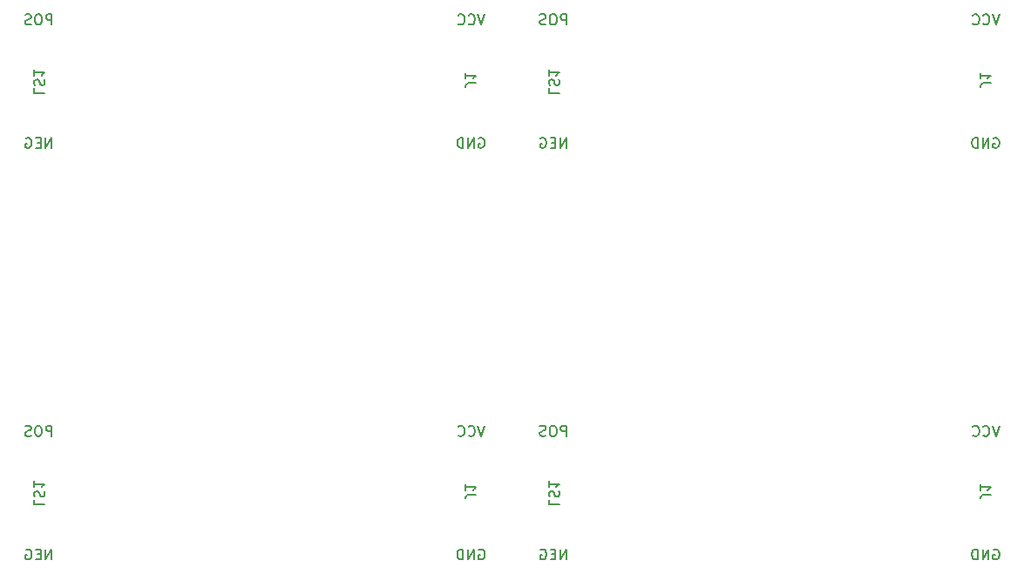
<source format=gbo>
%TF.GenerationSoftware,KiCad,Pcbnew,(5.1.9-0-10_14)*%
%TF.CreationDate,2021-04-15T21:04:48+09:00*%
%TF.ProjectId,RadioExercise_2x2,52616469-6f45-4786-9572-636973655f32,rev?*%
%TF.SameCoordinates,Original*%
%TF.FileFunction,Legend,Bot*%
%TF.FilePolarity,Positive*%
%FSLAX46Y46*%
G04 Gerber Fmt 4.6, Leading zero omitted, Abs format (unit mm)*
G04 Created by KiCad (PCBNEW (5.1.9-0-10_14)) date 2021-04-15 21:04:48*
%MOMM*%
%LPD*%
G01*
G04 APERTURE LIST*
%ADD10C,0.150000*%
G04 APERTURE END LIST*
D10*
X137189904Y-109536380D02*
X137189904Y-108536380D01*
X136808952Y-108536380D01*
X136713714Y-108584000D01*
X136666095Y-108631619D01*
X136618476Y-108726857D01*
X136618476Y-108869714D01*
X136666095Y-108964952D01*
X136713714Y-109012571D01*
X136808952Y-109060190D01*
X137189904Y-109060190D01*
X135999428Y-108536380D02*
X135808952Y-108536380D01*
X135713714Y-108584000D01*
X135618476Y-108679238D01*
X135570857Y-108869714D01*
X135570857Y-109203047D01*
X135618476Y-109393523D01*
X135713714Y-109488761D01*
X135808952Y-109536380D01*
X135999428Y-109536380D01*
X136094666Y-109488761D01*
X136189904Y-109393523D01*
X136237523Y-109203047D01*
X136237523Y-108869714D01*
X136189904Y-108679238D01*
X136094666Y-108584000D01*
X135999428Y-108536380D01*
X135189904Y-109488761D02*
X135047047Y-109536380D01*
X134808952Y-109536380D01*
X134713714Y-109488761D01*
X134666095Y-109441142D01*
X134618476Y-109345904D01*
X134618476Y-109250666D01*
X134666095Y-109155428D01*
X134713714Y-109107809D01*
X134808952Y-109060190D01*
X134999428Y-109012571D01*
X135094666Y-108964952D01*
X135142285Y-108917333D01*
X135189904Y-108822095D01*
X135189904Y-108726857D01*
X135142285Y-108631619D01*
X135094666Y-108584000D01*
X134999428Y-108536380D01*
X134761333Y-108536380D01*
X134618476Y-108584000D01*
X87189904Y-109536380D02*
X87189904Y-108536380D01*
X86808952Y-108536380D01*
X86713714Y-108584000D01*
X86666095Y-108631619D01*
X86618476Y-108726857D01*
X86618476Y-108869714D01*
X86666095Y-108964952D01*
X86713714Y-109012571D01*
X86808952Y-109060190D01*
X87189904Y-109060190D01*
X85999428Y-108536380D02*
X85808952Y-108536380D01*
X85713714Y-108584000D01*
X85618476Y-108679238D01*
X85570857Y-108869714D01*
X85570857Y-109203047D01*
X85618476Y-109393523D01*
X85713714Y-109488761D01*
X85808952Y-109536380D01*
X85999428Y-109536380D01*
X86094666Y-109488761D01*
X86189904Y-109393523D01*
X86237523Y-109203047D01*
X86237523Y-108869714D01*
X86189904Y-108679238D01*
X86094666Y-108584000D01*
X85999428Y-108536380D01*
X85189904Y-109488761D02*
X85047047Y-109536380D01*
X84808952Y-109536380D01*
X84713714Y-109488761D01*
X84666095Y-109441142D01*
X84618476Y-109345904D01*
X84618476Y-109250666D01*
X84666095Y-109155428D01*
X84713714Y-109107809D01*
X84808952Y-109060190D01*
X84999428Y-109012571D01*
X85094666Y-108964952D01*
X85142285Y-108917333D01*
X85189904Y-108822095D01*
X85189904Y-108726857D01*
X85142285Y-108631619D01*
X85094666Y-108584000D01*
X84999428Y-108536380D01*
X84761333Y-108536380D01*
X84618476Y-108584000D01*
X137189904Y-69536380D02*
X137189904Y-68536380D01*
X136808952Y-68536380D01*
X136713714Y-68584000D01*
X136666095Y-68631619D01*
X136618476Y-68726857D01*
X136618476Y-68869714D01*
X136666095Y-68964952D01*
X136713714Y-69012571D01*
X136808952Y-69060190D01*
X137189904Y-69060190D01*
X135999428Y-68536380D02*
X135808952Y-68536380D01*
X135713714Y-68584000D01*
X135618476Y-68679238D01*
X135570857Y-68869714D01*
X135570857Y-69203047D01*
X135618476Y-69393523D01*
X135713714Y-69488761D01*
X135808952Y-69536380D01*
X135999428Y-69536380D01*
X136094666Y-69488761D01*
X136189904Y-69393523D01*
X136237523Y-69203047D01*
X136237523Y-68869714D01*
X136189904Y-68679238D01*
X136094666Y-68584000D01*
X135999428Y-68536380D01*
X135189904Y-69488761D02*
X135047047Y-69536380D01*
X134808952Y-69536380D01*
X134713714Y-69488761D01*
X134666095Y-69441142D01*
X134618476Y-69345904D01*
X134618476Y-69250666D01*
X134666095Y-69155428D01*
X134713714Y-69107809D01*
X134808952Y-69060190D01*
X134999428Y-69012571D01*
X135094666Y-68964952D01*
X135142285Y-68917333D01*
X135189904Y-68822095D01*
X135189904Y-68726857D01*
X135142285Y-68631619D01*
X135094666Y-68584000D01*
X134999428Y-68536380D01*
X134761333Y-68536380D01*
X134618476Y-68584000D01*
X179261333Y-108536380D02*
X178928000Y-109536380D01*
X178594666Y-108536380D01*
X177689904Y-109441142D02*
X177737523Y-109488761D01*
X177880380Y-109536380D01*
X177975619Y-109536380D01*
X178118476Y-109488761D01*
X178213714Y-109393523D01*
X178261333Y-109298285D01*
X178308952Y-109107809D01*
X178308952Y-108964952D01*
X178261333Y-108774476D01*
X178213714Y-108679238D01*
X178118476Y-108584000D01*
X177975619Y-108536380D01*
X177880380Y-108536380D01*
X177737523Y-108584000D01*
X177689904Y-108631619D01*
X176689904Y-109441142D02*
X176737523Y-109488761D01*
X176880380Y-109536380D01*
X176975619Y-109536380D01*
X177118476Y-109488761D01*
X177213714Y-109393523D01*
X177261333Y-109298285D01*
X177308952Y-109107809D01*
X177308952Y-108964952D01*
X177261333Y-108774476D01*
X177213714Y-108679238D01*
X177118476Y-108584000D01*
X176975619Y-108536380D01*
X176880380Y-108536380D01*
X176737523Y-108584000D01*
X176689904Y-108631619D01*
X129261333Y-108536380D02*
X128928000Y-109536380D01*
X128594666Y-108536380D01*
X127689904Y-109441142D02*
X127737523Y-109488761D01*
X127880380Y-109536380D01*
X127975619Y-109536380D01*
X128118476Y-109488761D01*
X128213714Y-109393523D01*
X128261333Y-109298285D01*
X128308952Y-109107809D01*
X128308952Y-108964952D01*
X128261333Y-108774476D01*
X128213714Y-108679238D01*
X128118476Y-108584000D01*
X127975619Y-108536380D01*
X127880380Y-108536380D01*
X127737523Y-108584000D01*
X127689904Y-108631619D01*
X126689904Y-109441142D02*
X126737523Y-109488761D01*
X126880380Y-109536380D01*
X126975619Y-109536380D01*
X127118476Y-109488761D01*
X127213714Y-109393523D01*
X127261333Y-109298285D01*
X127308952Y-109107809D01*
X127308952Y-108964952D01*
X127261333Y-108774476D01*
X127213714Y-108679238D01*
X127118476Y-108584000D01*
X126975619Y-108536380D01*
X126880380Y-108536380D01*
X126737523Y-108584000D01*
X126689904Y-108631619D01*
X179261333Y-68536380D02*
X178928000Y-69536380D01*
X178594666Y-68536380D01*
X177689904Y-69441142D02*
X177737523Y-69488761D01*
X177880380Y-69536380D01*
X177975619Y-69536380D01*
X178118476Y-69488761D01*
X178213714Y-69393523D01*
X178261333Y-69298285D01*
X178308952Y-69107809D01*
X178308952Y-68964952D01*
X178261333Y-68774476D01*
X178213714Y-68679238D01*
X178118476Y-68584000D01*
X177975619Y-68536380D01*
X177880380Y-68536380D01*
X177737523Y-68584000D01*
X177689904Y-68631619D01*
X176689904Y-69441142D02*
X176737523Y-69488761D01*
X176880380Y-69536380D01*
X176975619Y-69536380D01*
X177118476Y-69488761D01*
X177213714Y-69393523D01*
X177261333Y-69298285D01*
X177308952Y-69107809D01*
X177308952Y-68964952D01*
X177261333Y-68774476D01*
X177213714Y-68679238D01*
X177118476Y-68584000D01*
X176975619Y-68536380D01*
X176880380Y-68536380D01*
X176737523Y-68584000D01*
X176689904Y-68631619D01*
X137166095Y-121536380D02*
X137166095Y-120536380D01*
X136594666Y-121536380D01*
X136594666Y-120536380D01*
X136118476Y-121012571D02*
X135785142Y-121012571D01*
X135642285Y-121536380D02*
X136118476Y-121536380D01*
X136118476Y-120536380D01*
X135642285Y-120536380D01*
X134689904Y-120584000D02*
X134785142Y-120536380D01*
X134928000Y-120536380D01*
X135070857Y-120584000D01*
X135166095Y-120679238D01*
X135213714Y-120774476D01*
X135261333Y-120964952D01*
X135261333Y-121107809D01*
X135213714Y-121298285D01*
X135166095Y-121393523D01*
X135070857Y-121488761D01*
X134928000Y-121536380D01*
X134832761Y-121536380D01*
X134689904Y-121488761D01*
X134642285Y-121441142D01*
X134642285Y-121107809D01*
X134832761Y-121107809D01*
X87166095Y-121536380D02*
X87166095Y-120536380D01*
X86594666Y-121536380D01*
X86594666Y-120536380D01*
X86118476Y-121012571D02*
X85785142Y-121012571D01*
X85642285Y-121536380D02*
X86118476Y-121536380D01*
X86118476Y-120536380D01*
X85642285Y-120536380D01*
X84689904Y-120584000D02*
X84785142Y-120536380D01*
X84928000Y-120536380D01*
X85070857Y-120584000D01*
X85166095Y-120679238D01*
X85213714Y-120774476D01*
X85261333Y-120964952D01*
X85261333Y-121107809D01*
X85213714Y-121298285D01*
X85166095Y-121393523D01*
X85070857Y-121488761D01*
X84928000Y-121536380D01*
X84832761Y-121536380D01*
X84689904Y-121488761D01*
X84642285Y-121441142D01*
X84642285Y-121107809D01*
X84832761Y-121107809D01*
X137166095Y-81536380D02*
X137166095Y-80536380D01*
X136594666Y-81536380D01*
X136594666Y-80536380D01*
X136118476Y-81012571D02*
X135785142Y-81012571D01*
X135642285Y-81536380D02*
X136118476Y-81536380D01*
X136118476Y-80536380D01*
X135642285Y-80536380D01*
X134689904Y-80584000D02*
X134785142Y-80536380D01*
X134928000Y-80536380D01*
X135070857Y-80584000D01*
X135166095Y-80679238D01*
X135213714Y-80774476D01*
X135261333Y-80964952D01*
X135261333Y-81107809D01*
X135213714Y-81298285D01*
X135166095Y-81393523D01*
X135070857Y-81488761D01*
X134928000Y-81536380D01*
X134832761Y-81536380D01*
X134689904Y-81488761D01*
X134642285Y-81441142D01*
X134642285Y-81107809D01*
X134832761Y-81107809D01*
X178689904Y-120584000D02*
X178785142Y-120536380D01*
X178928000Y-120536380D01*
X179070857Y-120584000D01*
X179166095Y-120679238D01*
X179213714Y-120774476D01*
X179261333Y-120964952D01*
X179261333Y-121107809D01*
X179213714Y-121298285D01*
X179166095Y-121393523D01*
X179070857Y-121488761D01*
X178928000Y-121536380D01*
X178832761Y-121536380D01*
X178689904Y-121488761D01*
X178642285Y-121441142D01*
X178642285Y-121107809D01*
X178832761Y-121107809D01*
X178213714Y-121536380D02*
X178213714Y-120536380D01*
X177642285Y-121536380D01*
X177642285Y-120536380D01*
X177166095Y-121536380D02*
X177166095Y-120536380D01*
X176928000Y-120536380D01*
X176785142Y-120584000D01*
X176689904Y-120679238D01*
X176642285Y-120774476D01*
X176594666Y-120964952D01*
X176594666Y-121107809D01*
X176642285Y-121298285D01*
X176689904Y-121393523D01*
X176785142Y-121488761D01*
X176928000Y-121536380D01*
X177166095Y-121536380D01*
X128689904Y-120584000D02*
X128785142Y-120536380D01*
X128928000Y-120536380D01*
X129070857Y-120584000D01*
X129166095Y-120679238D01*
X129213714Y-120774476D01*
X129261333Y-120964952D01*
X129261333Y-121107809D01*
X129213714Y-121298285D01*
X129166095Y-121393523D01*
X129070857Y-121488761D01*
X128928000Y-121536380D01*
X128832761Y-121536380D01*
X128689904Y-121488761D01*
X128642285Y-121441142D01*
X128642285Y-121107809D01*
X128832761Y-121107809D01*
X128213714Y-121536380D02*
X128213714Y-120536380D01*
X127642285Y-121536380D01*
X127642285Y-120536380D01*
X127166095Y-121536380D02*
X127166095Y-120536380D01*
X126928000Y-120536380D01*
X126785142Y-120584000D01*
X126689904Y-120679238D01*
X126642285Y-120774476D01*
X126594666Y-120964952D01*
X126594666Y-121107809D01*
X126642285Y-121298285D01*
X126689904Y-121393523D01*
X126785142Y-121488761D01*
X126928000Y-121536380D01*
X127166095Y-121536380D01*
X178689904Y-80584000D02*
X178785142Y-80536380D01*
X178928000Y-80536380D01*
X179070857Y-80584000D01*
X179166095Y-80679238D01*
X179213714Y-80774476D01*
X179261333Y-80964952D01*
X179261333Y-81107809D01*
X179213714Y-81298285D01*
X179166095Y-81393523D01*
X179070857Y-81488761D01*
X178928000Y-81536380D01*
X178832761Y-81536380D01*
X178689904Y-81488761D01*
X178642285Y-81441142D01*
X178642285Y-81107809D01*
X178832761Y-81107809D01*
X178213714Y-81536380D02*
X178213714Y-80536380D01*
X177642285Y-81536380D01*
X177642285Y-80536380D01*
X177166095Y-81536380D02*
X177166095Y-80536380D01*
X176928000Y-80536380D01*
X176785142Y-80584000D01*
X176689904Y-80679238D01*
X176642285Y-80774476D01*
X176594666Y-80964952D01*
X176594666Y-81107809D01*
X176642285Y-81298285D01*
X176689904Y-81393523D01*
X176785142Y-81488761D01*
X176928000Y-81536380D01*
X177166095Y-81536380D01*
X128689904Y-80584000D02*
X128785142Y-80536380D01*
X128928000Y-80536380D01*
X129070857Y-80584000D01*
X129166095Y-80679238D01*
X129213714Y-80774476D01*
X129261333Y-80964952D01*
X129261333Y-81107809D01*
X129213714Y-81298285D01*
X129166095Y-81393523D01*
X129070857Y-81488761D01*
X128928000Y-81536380D01*
X128832761Y-81536380D01*
X128689904Y-81488761D01*
X128642285Y-81441142D01*
X128642285Y-81107809D01*
X128832761Y-81107809D01*
X128213714Y-81536380D02*
X128213714Y-80536380D01*
X127642285Y-81536380D01*
X127642285Y-80536380D01*
X127166095Y-81536380D02*
X127166095Y-80536380D01*
X126928000Y-80536380D01*
X126785142Y-80584000D01*
X126689904Y-80679238D01*
X126642285Y-80774476D01*
X126594666Y-80964952D01*
X126594666Y-81107809D01*
X126642285Y-81298285D01*
X126689904Y-81393523D01*
X126785142Y-81488761D01*
X126928000Y-81536380D01*
X127166095Y-81536380D01*
X129261333Y-68536380D02*
X128928000Y-69536380D01*
X128594666Y-68536380D01*
X127689904Y-69441142D02*
X127737523Y-69488761D01*
X127880380Y-69536380D01*
X127975619Y-69536380D01*
X128118476Y-69488761D01*
X128213714Y-69393523D01*
X128261333Y-69298285D01*
X128308952Y-69107809D01*
X128308952Y-68964952D01*
X128261333Y-68774476D01*
X128213714Y-68679238D01*
X128118476Y-68584000D01*
X127975619Y-68536380D01*
X127880380Y-68536380D01*
X127737523Y-68584000D01*
X127689904Y-68631619D01*
X126689904Y-69441142D02*
X126737523Y-69488761D01*
X126880380Y-69536380D01*
X126975619Y-69536380D01*
X127118476Y-69488761D01*
X127213714Y-69393523D01*
X127261333Y-69298285D01*
X127308952Y-69107809D01*
X127308952Y-68964952D01*
X127261333Y-68774476D01*
X127213714Y-68679238D01*
X127118476Y-68584000D01*
X126975619Y-68536380D01*
X126880380Y-68536380D01*
X126737523Y-68584000D01*
X126689904Y-68631619D01*
X87166095Y-81536380D02*
X87166095Y-80536380D01*
X86594666Y-81536380D01*
X86594666Y-80536380D01*
X86118476Y-81012571D02*
X85785142Y-81012571D01*
X85642285Y-81536380D02*
X86118476Y-81536380D01*
X86118476Y-80536380D01*
X85642285Y-80536380D01*
X84689904Y-80584000D02*
X84785142Y-80536380D01*
X84928000Y-80536380D01*
X85070857Y-80584000D01*
X85166095Y-80679238D01*
X85213714Y-80774476D01*
X85261333Y-80964952D01*
X85261333Y-81107809D01*
X85213714Y-81298285D01*
X85166095Y-81393523D01*
X85070857Y-81488761D01*
X84928000Y-81536380D01*
X84832761Y-81536380D01*
X84689904Y-81488761D01*
X84642285Y-81441142D01*
X84642285Y-81107809D01*
X84832761Y-81107809D01*
X87189904Y-69536380D02*
X87189904Y-68536380D01*
X86808952Y-68536380D01*
X86713714Y-68584000D01*
X86666095Y-68631619D01*
X86618476Y-68726857D01*
X86618476Y-68869714D01*
X86666095Y-68964952D01*
X86713714Y-69012571D01*
X86808952Y-69060190D01*
X87189904Y-69060190D01*
X85999428Y-68536380D02*
X85808952Y-68536380D01*
X85713714Y-68584000D01*
X85618476Y-68679238D01*
X85570857Y-68869714D01*
X85570857Y-69203047D01*
X85618476Y-69393523D01*
X85713714Y-69488761D01*
X85808952Y-69536380D01*
X85999428Y-69536380D01*
X86094666Y-69488761D01*
X86189904Y-69393523D01*
X86237523Y-69203047D01*
X86237523Y-68869714D01*
X86189904Y-68679238D01*
X86094666Y-68584000D01*
X85999428Y-68536380D01*
X85189904Y-69488761D02*
X85047047Y-69536380D01*
X84808952Y-69536380D01*
X84713714Y-69488761D01*
X84666095Y-69441142D01*
X84618476Y-69345904D01*
X84618476Y-69250666D01*
X84666095Y-69155428D01*
X84713714Y-69107809D01*
X84808952Y-69060190D01*
X84999428Y-69012571D01*
X85094666Y-68964952D01*
X85142285Y-68917333D01*
X85189904Y-68822095D01*
X85189904Y-68726857D01*
X85142285Y-68631619D01*
X85094666Y-68584000D01*
X84999428Y-68536380D01*
X84761333Y-68536380D01*
X84618476Y-68584000D01*
%TO.C,LS1*%
X135509619Y-115722857D02*
X135509619Y-116199047D01*
X136509619Y-116199047D01*
X135557238Y-115437142D02*
X135509619Y-115294285D01*
X135509619Y-115056190D01*
X135557238Y-114960952D01*
X135604857Y-114913333D01*
X135700095Y-114865714D01*
X135795333Y-114865714D01*
X135890571Y-114913333D01*
X135938190Y-114960952D01*
X135985809Y-115056190D01*
X136033428Y-115246666D01*
X136081047Y-115341904D01*
X136128666Y-115389523D01*
X136223904Y-115437142D01*
X136319142Y-115437142D01*
X136414380Y-115389523D01*
X136462000Y-115341904D01*
X136509619Y-115246666D01*
X136509619Y-115008571D01*
X136462000Y-114865714D01*
X135509619Y-113913333D02*
X135509619Y-114484761D01*
X135509619Y-114199047D02*
X136509619Y-114199047D01*
X136366761Y-114294285D01*
X136271523Y-114389523D01*
X136223904Y-114484761D01*
X85509619Y-115722857D02*
X85509619Y-116199047D01*
X86509619Y-116199047D01*
X85557238Y-115437142D02*
X85509619Y-115294285D01*
X85509619Y-115056190D01*
X85557238Y-114960952D01*
X85604857Y-114913333D01*
X85700095Y-114865714D01*
X85795333Y-114865714D01*
X85890571Y-114913333D01*
X85938190Y-114960952D01*
X85985809Y-115056190D01*
X86033428Y-115246666D01*
X86081047Y-115341904D01*
X86128666Y-115389523D01*
X86223904Y-115437142D01*
X86319142Y-115437142D01*
X86414380Y-115389523D01*
X86462000Y-115341904D01*
X86509619Y-115246666D01*
X86509619Y-115008571D01*
X86462000Y-114865714D01*
X85509619Y-113913333D02*
X85509619Y-114484761D01*
X85509619Y-114199047D02*
X86509619Y-114199047D01*
X86366761Y-114294285D01*
X86271523Y-114389523D01*
X86223904Y-114484761D01*
X135509619Y-75722857D02*
X135509619Y-76199047D01*
X136509619Y-76199047D01*
X135557238Y-75437142D02*
X135509619Y-75294285D01*
X135509619Y-75056190D01*
X135557238Y-74960952D01*
X135604857Y-74913333D01*
X135700095Y-74865714D01*
X135795333Y-74865714D01*
X135890571Y-74913333D01*
X135938190Y-74960952D01*
X135985809Y-75056190D01*
X136033428Y-75246666D01*
X136081047Y-75341904D01*
X136128666Y-75389523D01*
X136223904Y-75437142D01*
X136319142Y-75437142D01*
X136414380Y-75389523D01*
X136462000Y-75341904D01*
X136509619Y-75246666D01*
X136509619Y-75008571D01*
X136462000Y-74865714D01*
X135509619Y-73913333D02*
X135509619Y-74484761D01*
X135509619Y-74199047D02*
X136509619Y-74199047D01*
X136366761Y-74294285D01*
X136271523Y-74389523D01*
X136223904Y-74484761D01*
%TO.C,J1*%
X178419619Y-115227333D02*
X177705333Y-115227333D01*
X177562476Y-115274952D01*
X177467238Y-115370190D01*
X177419619Y-115513047D01*
X177419619Y-115608285D01*
X177419619Y-114227333D02*
X177419619Y-114798761D01*
X177419619Y-114513047D02*
X178419619Y-114513047D01*
X178276761Y-114608285D01*
X178181523Y-114703523D01*
X178133904Y-114798761D01*
X128419619Y-115227333D02*
X127705333Y-115227333D01*
X127562476Y-115274952D01*
X127467238Y-115370190D01*
X127419619Y-115513047D01*
X127419619Y-115608285D01*
X127419619Y-114227333D02*
X127419619Y-114798761D01*
X127419619Y-114513047D02*
X128419619Y-114513047D01*
X128276761Y-114608285D01*
X128181523Y-114703523D01*
X128133904Y-114798761D01*
X178419619Y-75227333D02*
X177705333Y-75227333D01*
X177562476Y-75274952D01*
X177467238Y-75370190D01*
X177419619Y-75513047D01*
X177419619Y-75608285D01*
X177419619Y-74227333D02*
X177419619Y-74798761D01*
X177419619Y-74513047D02*
X178419619Y-74513047D01*
X178276761Y-74608285D01*
X178181523Y-74703523D01*
X178133904Y-74798761D01*
X128419619Y-75227333D02*
X127705333Y-75227333D01*
X127562476Y-75274952D01*
X127467238Y-75370190D01*
X127419619Y-75513047D01*
X127419619Y-75608285D01*
X127419619Y-74227333D02*
X127419619Y-74798761D01*
X127419619Y-74513047D02*
X128419619Y-74513047D01*
X128276761Y-74608285D01*
X128181523Y-74703523D01*
X128133904Y-74798761D01*
%TO.C,LS1*%
X85509619Y-75722857D02*
X85509619Y-76199047D01*
X86509619Y-76199047D01*
X85557238Y-75437142D02*
X85509619Y-75294285D01*
X85509619Y-75056190D01*
X85557238Y-74960952D01*
X85604857Y-74913333D01*
X85700095Y-74865714D01*
X85795333Y-74865714D01*
X85890571Y-74913333D01*
X85938190Y-74960952D01*
X85985809Y-75056190D01*
X86033428Y-75246666D01*
X86081047Y-75341904D01*
X86128666Y-75389523D01*
X86223904Y-75437142D01*
X86319142Y-75437142D01*
X86414380Y-75389523D01*
X86462000Y-75341904D01*
X86509619Y-75246666D01*
X86509619Y-75008571D01*
X86462000Y-74865714D01*
X85509619Y-73913333D02*
X85509619Y-74484761D01*
X85509619Y-74199047D02*
X86509619Y-74199047D01*
X86366761Y-74294285D01*
X86271523Y-74389523D01*
X86223904Y-74484761D01*
%TD*%
M02*

</source>
